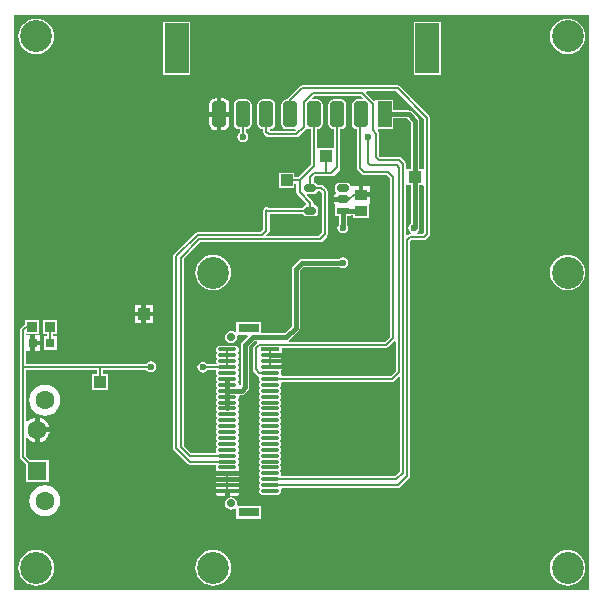
<source format=gtl>
G04*
G04 #@! TF.GenerationSoftware,Altium Limited,Altium Designer,18.1.6 (161)*
G04*
G04 Layer_Physical_Order=1*
G04 Layer_Color=255*
%FSLAX25Y25*%
%MOIN*%
G70*
G01*
G75*
%ADD15R,0.03150X0.03150*%
%ADD16R,0.07087X0.03150*%
%ADD17O,0.06299X0.01181*%
%ADD18R,0.06299X0.01181*%
%ADD19R,0.03937X0.03937*%
%ADD20R,0.03937X0.03937*%
%ADD21R,0.03347X0.03347*%
%ADD22R,0.03937X0.03543*%
%ADD23R,0.03937X0.02362*%
G04:AMPARAMS|DCode=24|XSize=23.62mil|YSize=39.37mil|CornerRadius=5.91mil|HoleSize=0mil|Usage=FLASHONLY|Rotation=270.000|XOffset=0mil|YOffset=0mil|HoleType=Round|Shape=RoundedRectangle|*
%AMROUNDEDRECTD24*
21,1,0.02362,0.02756,0,0,270.0*
21,1,0.01181,0.03937,0,0,270.0*
1,1,0.01181,-0.01378,-0.00591*
1,1,0.01181,-0.01378,0.00591*
1,1,0.01181,0.01378,0.00591*
1,1,0.01181,0.01378,-0.00591*
%
%ADD24ROUNDEDRECTD24*%
%ADD25R,0.07874X0.16535*%
%ADD26R,0.04724X0.08661*%
G04:AMPARAMS|DCode=27|XSize=47.24mil|YSize=86.61mil|CornerRadius=11.81mil|HoleSize=0mil|Usage=FLASHONLY|Rotation=180.000|XOffset=0mil|YOffset=0mil|HoleType=Round|Shape=RoundedRectangle|*
%AMROUNDEDRECTD27*
21,1,0.04724,0.06299,0,0,180.0*
21,1,0.02362,0.08661,0,0,180.0*
1,1,0.02362,-0.01181,0.03150*
1,1,0.02362,0.01181,0.03150*
1,1,0.02362,0.01181,-0.03150*
1,1,0.02362,-0.01181,-0.03150*
%
%ADD27ROUNDEDRECTD27*%
%ADD45C,0.01500*%
%ADD46C,0.00800*%
%ADD47C,0.06299*%
%ADD48R,0.06299X0.06299*%
%ADD49C,0.02756*%
%ADD50C,0.10630*%
%ADD51C,0.02362*%
G36*
X194260Y2591D02*
X2591D01*
Y194260D01*
X194260D01*
Y2591D01*
D02*
G37*
%LPC*%
G36*
X187008Y192951D02*
X185848Y192837D01*
X184733Y192499D01*
X183706Y191950D01*
X182805Y191211D01*
X182066Y190310D01*
X181517Y189282D01*
X181178Y188167D01*
X181064Y187008D01*
X181178Y185848D01*
X181517Y184733D01*
X182066Y183706D01*
X182805Y182805D01*
X183706Y182066D01*
X184733Y181517D01*
X185848Y181178D01*
X187008Y181064D01*
X188167Y181178D01*
X189282Y181517D01*
X190310Y182066D01*
X191211Y182805D01*
X191950Y183706D01*
X192499Y184733D01*
X192837Y185848D01*
X192952Y187008D01*
X192837Y188167D01*
X192499Y189282D01*
X191950Y190310D01*
X191211Y191211D01*
X190310Y191950D01*
X189282Y192499D01*
X188167Y192837D01*
X187008Y192951D01*
D02*
G37*
G36*
X9843D02*
X8683Y192837D01*
X7568Y192499D01*
X6540Y191950D01*
X5640Y191211D01*
X4901Y190310D01*
X4351Y189282D01*
X4013Y188167D01*
X3899Y187008D01*
X4013Y185848D01*
X4351Y184733D01*
X4901Y183706D01*
X5640Y182805D01*
X6540Y182066D01*
X7568Y181517D01*
X8683Y181178D01*
X9843Y181064D01*
X11002Y181178D01*
X12117Y181517D01*
X13145Y182066D01*
X14045Y182805D01*
X14784Y183706D01*
X15334Y184733D01*
X15672Y185848D01*
X15786Y187008D01*
X15672Y188167D01*
X15334Y189282D01*
X14784Y190310D01*
X14045Y191211D01*
X13145Y191950D01*
X12117Y192499D01*
X11002Y192837D01*
X9843Y192951D01*
D02*
G37*
G36*
X144707Y191860D02*
X135633D01*
Y174124D01*
X144707D01*
Y191860D01*
D02*
G37*
G36*
X61243D02*
X52169D01*
Y174124D01*
X61243D01*
Y191860D01*
D02*
G37*
G36*
X72060Y166397D02*
X71629D01*
Y161774D01*
X74284D01*
Y164173D01*
X74114Y165024D01*
X73632Y165746D01*
X72911Y166228D01*
X72060Y166397D01*
D02*
G37*
G36*
X70129D02*
X69698D01*
X68847Y166228D01*
X68125Y165746D01*
X67643Y165024D01*
X67474Y164173D01*
Y161774D01*
X70129D01*
Y166397D01*
D02*
G37*
G36*
X74284Y160274D02*
X71629D01*
Y155650D01*
X72060D01*
X72911Y155819D01*
X73632Y156301D01*
X74114Y157023D01*
X74284Y157874D01*
Y160274D01*
D02*
G37*
G36*
X70129D02*
X67474D01*
Y157874D01*
X67643Y157023D01*
X68125Y156301D01*
X68847Y155819D01*
X69698Y155650D01*
X70129D01*
Y160274D01*
D02*
G37*
G36*
X130315Y170705D02*
X98425D01*
X98035Y170627D01*
X97704Y170406D01*
X93780Y166482D01*
X93559Y166151D01*
X93527Y165989D01*
X93320D01*
X92625Y165851D01*
X92036Y165457D01*
X91642Y164868D01*
X91504Y164173D01*
Y157874D01*
X91642Y157179D01*
X92036Y156590D01*
X92625Y156196D01*
X93320Y156058D01*
X95682D01*
X96123Y156146D01*
X96369Y155685D01*
X96034Y155350D01*
X87824D01*
X87646Y155528D01*
Y156058D01*
X87808D01*
X88503Y156196D01*
X89092Y156590D01*
X89486Y157179D01*
X89624Y157874D01*
Y164173D01*
X89486Y164868D01*
X89092Y165457D01*
X88503Y165851D01*
X87808Y165989D01*
X85446D01*
X84751Y165851D01*
X84162Y165457D01*
X83768Y164868D01*
X83630Y164173D01*
Y157874D01*
X83768Y157179D01*
X84162Y156590D01*
X84751Y156196D01*
X85446Y156058D01*
X85607D01*
Y155105D01*
X85685Y154715D01*
X85906Y154385D01*
X86681Y153610D01*
X87011Y153389D01*
X87402Y153311D01*
X96457D01*
X96847Y153389D01*
X97178Y153610D01*
X99734Y156166D01*
X100382Y156275D01*
X100499Y156196D01*
X101194Y156058D01*
X101355D01*
Y144136D01*
X97215Y139996D01*
X95876D01*
Y141545D01*
X90739D01*
Y136408D01*
X95876D01*
Y137957D01*
X96618D01*
Y135039D01*
X96696Y134649D01*
X96917Y134318D01*
X99994Y131241D01*
X99946Y130984D01*
X99806Y130722D01*
X99437Y130649D01*
X99043Y130386D01*
X98780Y129992D01*
X98773Y129957D01*
X87036D01*
X87004Y129977D01*
X86614Y130055D01*
X86224Y129977D01*
X85893Y129756D01*
X85672Y129426D01*
X85595Y129035D01*
Y122688D01*
X84814Y121908D01*
X63790D01*
X63400Y121830D01*
X63069Y121609D01*
X55852Y114391D01*
X55630Y114061D01*
X55553Y113670D01*
Y49715D01*
X55630Y49325D01*
X55852Y48994D01*
X60291Y44555D01*
X60622Y44334D01*
X61012Y44256D01*
X69664D01*
X69941Y43773D01*
X69938Y43756D01*
X69849Y43307D01*
X69942Y42843D01*
X70099Y42607D01*
X69916Y42485D01*
X69651Y42089D01*
X77593D01*
X77328Y42485D01*
X77145Y42607D01*
X77303Y42843D01*
X77395Y43307D01*
X77303Y43772D01*
X77039Y44165D01*
Y44417D01*
X77303Y44811D01*
X77395Y45276D01*
X77303Y45740D01*
X77039Y46134D01*
Y46386D01*
X77303Y46780D01*
X77395Y47244D01*
X77303Y47709D01*
X77039Y48102D01*
Y48354D01*
X77303Y48748D01*
X77395Y49213D01*
X77303Y49677D01*
X77039Y50071D01*
Y50323D01*
X77303Y50717D01*
X77395Y51181D01*
X77303Y51646D01*
X77039Y52039D01*
Y52291D01*
X77303Y52685D01*
X77395Y53150D01*
X77303Y53614D01*
X77039Y54008D01*
Y54260D01*
X77303Y54654D01*
X77395Y55118D01*
X77303Y55583D01*
X77039Y55976D01*
Y56228D01*
X77303Y56622D01*
X77395Y57087D01*
X77303Y57551D01*
X77039Y57945D01*
Y58197D01*
X77303Y58591D01*
X77395Y59055D01*
X77303Y59520D01*
X77039Y59913D01*
Y60165D01*
X77303Y60559D01*
X77395Y61024D01*
X77303Y61488D01*
X77039Y61882D01*
Y62134D01*
X77303Y62528D01*
X77395Y62992D01*
X77303Y63457D01*
X77039Y63850D01*
Y64102D01*
X77303Y64496D01*
X77395Y64961D01*
X77303Y65425D01*
X77039Y65819D01*
Y66071D01*
X77303Y66465D01*
X77395Y66929D01*
X77377Y67021D01*
X77773Y67521D01*
X78346D01*
X78873Y67626D01*
X79320Y67924D01*
X80501Y69105D01*
X80799Y69552D01*
X80904Y70079D01*
Y83682D01*
X82685Y85462D01*
X83320D01*
X83476Y85074D01*
X83484Y84962D01*
X82350Y83828D01*
X82129Y83497D01*
X82051Y83107D01*
Y75984D01*
X82129Y75594D01*
X82350Y75263D01*
X83531Y74082D01*
X83862Y73861D01*
X83886Y73856D01*
X84116Y73301D01*
X84115Y73299D01*
X84022Y72835D01*
X84115Y72370D01*
X84378Y71976D01*
Y71724D01*
X84115Y71331D01*
X84022Y70866D01*
X84115Y70402D01*
X84378Y70008D01*
Y69756D01*
X84115Y69362D01*
X84022Y68898D01*
X84115Y68433D01*
X84378Y68039D01*
Y67787D01*
X84115Y67394D01*
X84022Y66929D01*
X84115Y66465D01*
X84378Y66071D01*
Y65819D01*
X84115Y65425D01*
X84022Y64961D01*
X84115Y64496D01*
X84378Y64102D01*
Y63850D01*
X84115Y63457D01*
X84022Y62992D01*
X84115Y62528D01*
X84378Y62134D01*
Y61882D01*
X84115Y61488D01*
X84022Y61024D01*
X84115Y60559D01*
X84378Y60165D01*
Y59913D01*
X84115Y59520D01*
X84022Y59055D01*
X84115Y58591D01*
X84378Y58197D01*
Y57945D01*
X84115Y57551D01*
X84022Y57087D01*
X84115Y56622D01*
X84378Y56228D01*
Y55976D01*
X84115Y55583D01*
X84022Y55118D01*
X84115Y54654D01*
X84378Y54260D01*
Y54008D01*
X84115Y53614D01*
X84022Y53150D01*
X84115Y52685D01*
X84378Y52291D01*
Y52039D01*
X84115Y51646D01*
X84022Y51181D01*
X84115Y50717D01*
X84378Y50323D01*
Y50071D01*
X84115Y49677D01*
X84022Y49213D01*
X84115Y48748D01*
X84378Y48354D01*
Y48102D01*
X84115Y47709D01*
X84022Y47244D01*
X84115Y46780D01*
X84378Y46386D01*
Y46134D01*
X84115Y45740D01*
X84022Y45276D01*
X84115Y44811D01*
X84378Y44417D01*
Y44165D01*
X84115Y43772D01*
X84022Y43307D01*
X84115Y42843D01*
X84378Y42449D01*
Y42197D01*
X84115Y41803D01*
X84022Y41339D01*
X84115Y40874D01*
X84378Y40480D01*
Y40228D01*
X84115Y39835D01*
X84022Y39370D01*
X84115Y38906D01*
X84378Y38512D01*
Y38260D01*
X84115Y37866D01*
X84022Y37402D01*
X84115Y36937D01*
X84378Y36543D01*
Y36291D01*
X84115Y35898D01*
X84022Y35433D01*
X84115Y34969D01*
X84378Y34575D01*
X84772Y34312D01*
X85236Y34219D01*
X90354D01*
X90819Y34312D01*
X91213Y34575D01*
X91476Y34969D01*
X91568Y35433D01*
X91479Y35882D01*
X91477Y35899D01*
X91754Y36382D01*
X130350D01*
X130740Y36460D01*
X131071Y36681D01*
X134268Y39878D01*
X134489Y40209D01*
X134567Y40599D01*
Y118736D01*
X134890Y119059D01*
X138976D01*
X139367Y119137D01*
X139697Y119358D01*
X140878Y120539D01*
X141100Y120870D01*
X141177Y121260D01*
Y159843D01*
X141100Y160233D01*
X140878Y160564D01*
X131036Y170406D01*
X130705Y170627D01*
X130315Y170705D01*
D02*
G37*
G36*
X79934Y165989D02*
X77572D01*
X76877Y165851D01*
X76288Y165457D01*
X75894Y164868D01*
X75756Y164173D01*
Y157874D01*
X75894Y157179D01*
X76288Y156590D01*
X76877Y156196D01*
X77572Y156058D01*
X77733D01*
Y155017D01*
X77469Y154840D01*
X77075Y154251D01*
X76937Y153556D01*
X77075Y152861D01*
X77469Y152272D01*
X78058Y151878D01*
X78753Y151740D01*
X79448Y151878D01*
X80037Y152272D01*
X80431Y152861D01*
X80569Y153556D01*
X80431Y154251D01*
X80037Y154840D01*
X79772Y155017D01*
Y156058D01*
X79934D01*
X80629Y156196D01*
X81218Y156590D01*
X81612Y157179D01*
X81750Y157874D01*
Y164173D01*
X81612Y164868D01*
X81218Y165457D01*
X80629Y165851D01*
X79934Y165989D01*
D02*
G37*
G36*
X187008Y114211D02*
X185848Y114097D01*
X184733Y113759D01*
X183706Y113210D01*
X182805Y112470D01*
X182066Y111570D01*
X181517Y110542D01*
X181178Y109427D01*
X181064Y108268D01*
X181178Y107108D01*
X181517Y105993D01*
X182066Y104966D01*
X182805Y104065D01*
X183706Y103326D01*
X184733Y102777D01*
X185848Y102438D01*
X187008Y102324D01*
X188167Y102438D01*
X189282Y102777D01*
X190310Y103326D01*
X191211Y104065D01*
X191950Y104966D01*
X192499Y105993D01*
X192837Y107108D01*
X192952Y108268D01*
X192837Y109427D01*
X192499Y110542D01*
X191950Y111570D01*
X191211Y112470D01*
X190310Y113210D01*
X189282Y113759D01*
X188167Y114097D01*
X187008Y114211D01*
D02*
G37*
G36*
X48638Y97457D02*
X46419D01*
Y95238D01*
X48638D01*
Y97457D01*
D02*
G37*
G36*
X44919D02*
X42701D01*
Y95238D01*
X44919D01*
Y97457D01*
D02*
G37*
G36*
X48638Y93738D02*
X46419D01*
Y91520D01*
X48638D01*
Y93738D01*
D02*
G37*
G36*
X44919D02*
X42701D01*
Y91520D01*
X44919D01*
Y93738D01*
D02*
G37*
G36*
X11236Y87378D02*
X9411D01*
Y85553D01*
X11236D01*
Y87378D01*
D02*
G37*
G36*
X16840Y92431D02*
X12294D01*
Y87884D01*
X13547D01*
Y86978D01*
X12392D01*
Y82628D01*
X16742D01*
Y86978D01*
X15586D01*
Y87884D01*
X16840D01*
Y92431D01*
D02*
G37*
G36*
X11236Y84053D02*
X9411D01*
Y82228D01*
X11236D01*
Y84053D01*
D02*
G37*
G36*
X10738Y92431D02*
X6191D01*
Y91118D01*
X6096Y91100D01*
X5766Y90878D01*
X4791Y89904D01*
X4570Y89573D01*
X4492Y89183D01*
Y76870D01*
Y46850D01*
X4570Y46460D01*
X4791Y46129D01*
X6487Y44434D01*
Y38376D01*
X13986D01*
Y45876D01*
X7929D01*
X6531Y47273D01*
Y53096D01*
X7031Y53266D01*
X7277Y52946D01*
X8144Y52281D01*
X9153Y51863D01*
X9486Y51819D01*
Y55905D01*
Y59992D01*
X9153Y59948D01*
X8144Y59530D01*
X7277Y58865D01*
X7031Y58545D01*
X6531Y58715D01*
Y75850D01*
X30083D01*
Y74383D01*
X28534D01*
Y69247D01*
X33671D01*
Y74383D01*
X32122D01*
Y75850D01*
X46571D01*
X46747Y75586D01*
X47337Y75192D01*
X48031Y75054D01*
X48726Y75192D01*
X49316Y75586D01*
X49709Y76175D01*
X49847Y76870D01*
X49709Y77565D01*
X49316Y78154D01*
X48726Y78548D01*
X48031Y78686D01*
X47337Y78548D01*
X46747Y78154D01*
X46571Y77890D01*
X6531D01*
Y82228D01*
X7911D01*
Y84803D01*
Y87378D01*
X6531D01*
Y87884D01*
X10738D01*
Y92431D01*
D02*
G37*
G36*
X12717Y70920D02*
X11378Y70744D01*
X10131Y70227D01*
X9059Y69405D01*
X8238Y68334D01*
X7721Y67087D01*
X7545Y65748D01*
X7721Y64410D01*
X8238Y63162D01*
X9059Y62091D01*
X10131Y61269D01*
X11378Y60752D01*
X12717Y60576D01*
X14055Y60752D01*
X15302Y61269D01*
X16374Y62091D01*
X17195Y63162D01*
X17712Y64410D01*
X17888Y65748D01*
X17712Y67087D01*
X17195Y68334D01*
X16374Y69405D01*
X15302Y70227D01*
X14055Y70744D01*
X12717Y70920D01*
D02*
G37*
G36*
X10986Y59992D02*
Y56656D01*
X14323D01*
X14279Y56989D01*
X13861Y57998D01*
X13196Y58865D01*
X12329Y59530D01*
X11320Y59948D01*
X10986Y59992D01*
D02*
G37*
G36*
X14323Y55155D02*
X10986D01*
Y51819D01*
X11320Y51863D01*
X12329Y52281D01*
X13196Y52946D01*
X13861Y53813D01*
X14279Y54822D01*
X14323Y55155D01*
D02*
G37*
G36*
X77593Y40589D02*
X69651D01*
X69808Y40354D01*
X69651Y40120D01*
X77593D01*
X77436Y40354D01*
X77593Y40589D01*
D02*
G37*
G36*
Y38620D02*
X69651D01*
X69808Y38386D01*
X69651Y38152D01*
X77593D01*
X77436Y38386D01*
X77593Y38620D01*
D02*
G37*
G36*
Y36652D02*
X69651D01*
X69808Y36417D01*
X69651Y36183D01*
X77593D01*
X77436Y36417D01*
X77593Y36652D01*
D02*
G37*
G36*
Y34683D02*
X74372D01*
Y33811D01*
X76181D01*
X76802Y33935D01*
X77328Y34286D01*
X77593Y34683D01*
D02*
G37*
G36*
X72872D02*
X69651D01*
X69916Y34286D01*
X70442Y33935D01*
X71063Y33811D01*
X72872D01*
Y34683D01*
D02*
G37*
G36*
X12717Y37455D02*
X11378Y37279D01*
X10131Y36762D01*
X9059Y35941D01*
X8238Y34869D01*
X7721Y33622D01*
X7545Y32283D01*
X7721Y30945D01*
X8238Y29698D01*
X9059Y28626D01*
X10131Y27804D01*
X11378Y27288D01*
X12717Y27112D01*
X14055Y27288D01*
X15302Y27804D01*
X16374Y28626D01*
X17195Y29698D01*
X17712Y30945D01*
X17888Y32283D01*
X17712Y33622D01*
X17195Y34869D01*
X16374Y35941D01*
X15302Y36762D01*
X14055Y37279D01*
X12717Y37455D01*
D02*
G37*
G36*
X74803Y33316D02*
X74031Y33162D01*
X73377Y32725D01*
X72940Y32071D01*
X72786Y31299D01*
X72940Y30527D01*
X73377Y29873D01*
X74031Y29436D01*
X74803Y29283D01*
X75575Y29436D01*
X76065Y29764D01*
X76565Y29545D01*
Y26172D01*
X84852D01*
Y30521D01*
X77175D01*
X76765Y31021D01*
X76820Y31299D01*
X76666Y32071D01*
X76229Y32725D01*
X75575Y33162D01*
X74803Y33316D01*
D02*
G37*
G36*
X187008Y15786D02*
X185848Y15672D01*
X184733Y15334D01*
X183706Y14784D01*
X182805Y14045D01*
X182066Y13145D01*
X181517Y12117D01*
X181178Y11002D01*
X181064Y9843D01*
X181178Y8683D01*
X181517Y7568D01*
X182066Y6540D01*
X182805Y5640D01*
X183706Y4901D01*
X184733Y4351D01*
X185848Y4013D01*
X187008Y3899D01*
X188167Y4013D01*
X189282Y4351D01*
X190310Y4901D01*
X191211Y5640D01*
X191950Y6540D01*
X192499Y7568D01*
X192837Y8683D01*
X192952Y9843D01*
X192837Y11002D01*
X192499Y12117D01*
X191950Y13145D01*
X191211Y14045D01*
X190310Y14784D01*
X189282Y15334D01*
X188167Y15672D01*
X187008Y15786D01*
D02*
G37*
G36*
X68898D02*
X67738Y15672D01*
X66623Y15334D01*
X65596Y14784D01*
X64695Y14045D01*
X63956Y13145D01*
X63406Y12117D01*
X63068Y11002D01*
X62954Y9843D01*
X63068Y8683D01*
X63406Y7568D01*
X63956Y6540D01*
X64695Y5640D01*
X65596Y4901D01*
X66623Y4351D01*
X67738Y4013D01*
X68898Y3899D01*
X70057Y4013D01*
X71172Y4351D01*
X72200Y4901D01*
X73100Y5640D01*
X73839Y6540D01*
X74389Y7568D01*
X74727Y8683D01*
X74841Y9843D01*
X74727Y11002D01*
X74389Y12117D01*
X73839Y13145D01*
X73100Y14045D01*
X72200Y14784D01*
X71172Y15334D01*
X70057Y15672D01*
X68898Y15786D01*
D02*
G37*
G36*
X9843D02*
X8683Y15672D01*
X7568Y15334D01*
X6540Y14784D01*
X5640Y14045D01*
X4901Y13145D01*
X4351Y12117D01*
X4013Y11002D01*
X3899Y9843D01*
X4013Y8683D01*
X4351Y7568D01*
X4901Y6540D01*
X5640Y5640D01*
X6540Y4901D01*
X7568Y4351D01*
X8683Y4013D01*
X9843Y3899D01*
X11002Y4013D01*
X12117Y4351D01*
X13145Y4901D01*
X14045Y5640D01*
X14784Y6540D01*
X15334Y7568D01*
X15672Y8683D01*
X15786Y9843D01*
X15672Y11002D01*
X15334Y12117D01*
X14784Y13145D01*
X14045Y14045D01*
X13145Y14784D01*
X12117Y15334D01*
X11002Y15672D01*
X9843Y15786D01*
D02*
G37*
%LPD*%
G36*
X139138Y159420D02*
Y143081D01*
X138789Y142726D01*
X137597D01*
Y158830D01*
X137597Y158830D01*
X137492Y159357D01*
X137194Y159803D01*
X135013Y161984D01*
X134566Y162283D01*
X134039Y162387D01*
X128959D01*
Y165954D01*
X123035D01*
Y165676D01*
X122535Y165469D01*
X119800Y168203D01*
X119992Y168665D01*
X129893D01*
X139138Y159420D01*
D02*
G37*
G36*
X134844Y158260D02*
Y142726D01*
X133652D01*
Y142726D01*
X133167Y142762D01*
Y144488D01*
X133089Y144878D01*
X132868Y145209D01*
X131424Y146653D01*
X131094Y146874D01*
X130703Y146951D01*
X124593D01*
X124248Y147296D01*
Y154612D01*
X124170Y155002D01*
X123949Y155333D01*
X123651Y155631D01*
X123842Y156093D01*
X128959D01*
Y159634D01*
X133469D01*
X134844Y158260D01*
D02*
G37*
G36*
X104984Y134912D02*
Y121387D01*
X103939Y120342D01*
X86785D01*
X86594Y120804D01*
X87335Y121545D01*
X87556Y121876D01*
X87634Y122266D01*
Y127917D01*
X98773D01*
X98780Y127882D01*
X99043Y127488D01*
X99437Y127225D01*
X99902Y127133D01*
X102657D01*
X103122Y127225D01*
X103516Y127488D01*
X103779Y127882D01*
X103871Y128347D01*
Y129528D01*
X103779Y129992D01*
X103516Y130386D01*
X103122Y130649D01*
X102657Y130741D01*
X102299D01*
Y131398D01*
X102222Y131788D01*
X102000Y132119D01*
X100006Y134113D01*
X100213Y134613D01*
X102657D01*
X103122Y134705D01*
X103516Y134968D01*
X103779Y135362D01*
X103786Y135398D01*
X104499D01*
X104984Y134912D01*
D02*
G37*
G36*
X138789Y137589D02*
X139138Y137233D01*
Y121682D01*
X138554Y121098D01*
X136794D01*
X136642Y121598D01*
X137012Y121846D01*
X137406Y122435D01*
X137544Y123130D01*
X137522Y123244D01*
X137597Y123622D01*
Y137589D01*
X138789D01*
D02*
G37*
G36*
X134844Y124681D02*
X134444Y124414D01*
X134051Y123825D01*
X133912Y123130D01*
X134051Y122435D01*
X134444Y121846D01*
X134815Y121598D01*
X134663Y121098D01*
X134467D01*
X134077Y121021D01*
X133747Y120800D01*
X133629Y120682D01*
X133167Y120873D01*
Y137553D01*
X133652Y137589D01*
Y137589D01*
X134844D01*
Y124681D01*
D02*
G37*
G36*
X118669Y166451D02*
X118477Y165989D01*
X116942D01*
X116247Y165851D01*
X115658Y165457D01*
X115264Y164868D01*
X115126Y164173D01*
Y157874D01*
X115264Y157179D01*
X115658Y156590D01*
X116247Y156196D01*
X116878Y156071D01*
Y143126D01*
X116956Y142736D01*
X117177Y142405D01*
X118570Y141011D01*
X118901Y140790D01*
X119291Y140713D01*
X126747D01*
X127721Y139739D01*
Y86807D01*
X126201Y85287D01*
X94244D01*
X94093Y85787D01*
X94210Y85866D01*
X97332Y88987D01*
X97332Y88987D01*
X97630Y89434D01*
X97735Y89961D01*
Y108977D01*
X98897Y110139D01*
X110960D01*
X111411Y109838D01*
X112106Y109700D01*
X112801Y109838D01*
X113390Y110232D01*
X113784Y110821D01*
X113922Y111516D01*
X113784Y112211D01*
X113390Y112800D01*
X112801Y113194D01*
X112106Y113332D01*
X111411Y113194D01*
X110960Y112892D01*
X98327D01*
X97800Y112787D01*
X97354Y112489D01*
X95385Y110521D01*
X95087Y110074D01*
X94982Y109547D01*
Y90531D01*
X92667Y88215D01*
X84852D01*
Y91939D01*
X76565D01*
Y88565D01*
X76065Y88346D01*
X75575Y88674D01*
X74803Y88828D01*
X74031Y88674D01*
X73377Y88237D01*
X72940Y87583D01*
X72786Y86811D01*
X72940Y86039D01*
X73377Y85385D01*
X74031Y84948D01*
X74803Y84794D01*
X75575Y84948D01*
X76229Y85385D01*
X76666Y86039D01*
X76820Y86811D01*
X76765Y87089D01*
X77175Y87589D01*
X80265D01*
X80456Y87127D01*
X78554Y85225D01*
X78256Y84779D01*
X78151Y84252D01*
Y71128D01*
X77710Y70711D01*
X77395Y70866D01*
X77303Y71331D01*
X77039Y71724D01*
Y71976D01*
X77303Y72370D01*
X77395Y72835D01*
X77303Y73299D01*
X77039Y73693D01*
Y73945D01*
X77303Y74339D01*
X77395Y74803D01*
X77303Y75268D01*
X77039Y75661D01*
Y75913D01*
X77303Y76307D01*
X77395Y76772D01*
X77303Y77236D01*
X77039Y77630D01*
Y77882D01*
X77303Y78276D01*
X77395Y78740D01*
X77303Y79205D01*
X77039Y79598D01*
Y79850D01*
X77303Y80244D01*
X77395Y80709D01*
X77303Y81173D01*
X77039Y81567D01*
Y81819D01*
X77303Y82213D01*
X77395Y82677D01*
X77303Y83142D01*
X77039Y83535D01*
X76646Y83799D01*
X76181Y83891D01*
X71063D01*
X70599Y83799D01*
X70205Y83535D01*
X69942Y83142D01*
X69849Y82677D01*
X69942Y82213D01*
X70205Y81819D01*
Y81567D01*
X69942Y81173D01*
X69849Y80709D01*
X69942Y80244D01*
X70205Y79850D01*
Y79598D01*
X69942Y79205D01*
X69849Y78740D01*
X69942Y78276D01*
X69997Y78193D01*
X69730Y77693D01*
X66815D01*
X66638Y77957D01*
X66049Y78351D01*
X65354Y78489D01*
X64659Y78351D01*
X64070Y77957D01*
X63677Y77368D01*
X63538Y76673D01*
X63677Y75978D01*
X64070Y75389D01*
X64659Y74995D01*
X65354Y74857D01*
X66049Y74995D01*
X66638Y75389D01*
X66815Y75654D01*
X69644D01*
X69919Y75154D01*
X69849Y74803D01*
X69942Y74339D01*
X70205Y73945D01*
Y73693D01*
X69942Y73299D01*
X69849Y72835D01*
X69942Y72370D01*
X70205Y71976D01*
Y71724D01*
X69942Y71331D01*
X69849Y70866D01*
X69942Y70402D01*
X70205Y70008D01*
Y69756D01*
X69942Y69362D01*
X69849Y68898D01*
X69942Y68433D01*
X70205Y68039D01*
Y67787D01*
X69942Y67394D01*
X69849Y66929D01*
X69942Y66465D01*
X70205Y66071D01*
Y65819D01*
X69942Y65425D01*
X69849Y64961D01*
X69942Y64496D01*
X70205Y64102D01*
Y63850D01*
X69942Y63457D01*
X69849Y62992D01*
X69942Y62528D01*
X70205Y62134D01*
Y61882D01*
X69942Y61488D01*
X69849Y61024D01*
X69942Y60559D01*
X70205Y60165D01*
Y59913D01*
X69942Y59520D01*
X69849Y59055D01*
X69942Y58591D01*
X70205Y58197D01*
Y57945D01*
X69942Y57551D01*
X69849Y57087D01*
X69942Y56622D01*
X70205Y56228D01*
Y55976D01*
X69942Y55583D01*
X69849Y55118D01*
X69942Y54654D01*
X70205Y54260D01*
Y54008D01*
X69942Y53614D01*
X69849Y53150D01*
X69942Y52685D01*
X70205Y52291D01*
Y52039D01*
X69942Y51646D01*
X69849Y51181D01*
X69942Y50717D01*
X70205Y50323D01*
Y50071D01*
X69942Y49677D01*
X69849Y49213D01*
X69938Y48764D01*
X69941Y48747D01*
X69664Y48264D01*
X61446D01*
X59091Y50619D01*
Y112767D01*
X64627Y118303D01*
X104362D01*
X104752Y118380D01*
X105083Y118602D01*
X106725Y120244D01*
X106946Y120574D01*
X107024Y120965D01*
Y135335D01*
X106946Y135725D01*
X106725Y136056D01*
X105642Y137138D01*
X105311Y137359D01*
X104921Y137437D01*
X103786D01*
X103779Y137472D01*
X103516Y137866D01*
X103122Y138129D01*
X102657Y138222D01*
X102299D01*
Y139834D01*
X102785Y140319D01*
X108268D01*
X108658Y140397D01*
X108989Y140618D01*
X110970Y142599D01*
X111191Y142929D01*
X111268Y143320D01*
Y156058D01*
X111430D01*
X112125Y156196D01*
X112714Y156590D01*
X113108Y157179D01*
X113246Y157874D01*
Y164173D01*
X113108Y164868D01*
X112714Y165457D01*
X112125Y165851D01*
X111430Y165989D01*
X109068D01*
X108373Y165851D01*
X107784Y165457D01*
X107390Y164868D01*
X107252Y164173D01*
Y157874D01*
X107390Y157179D01*
X107784Y156590D01*
X108373Y156196D01*
X109068Y156058D01*
X109229D01*
Y150147D01*
X108868Y149813D01*
X103731D01*
X103394Y150173D01*
Y156058D01*
X103556D01*
X104251Y156196D01*
X104840Y156590D01*
X105234Y157179D01*
X105372Y157874D01*
Y164173D01*
X105234Y164868D01*
X104840Y165457D01*
X104251Y165851D01*
X103556Y165989D01*
X102020D01*
X101829Y166451D01*
X102391Y167013D01*
X118107D01*
X118669Y166451D01*
D02*
G37*
G36*
X129728Y85223D02*
Y75439D01*
X128143Y73854D01*
X91754D01*
X91477Y74337D01*
X91479Y74354D01*
X91568Y74803D01*
X91476Y75268D01*
X91319Y75503D01*
X91501Y75625D01*
X91766Y76022D01*
X87795D01*
Y77522D01*
X91766D01*
X91610Y77756D01*
X91766Y77990D01*
X87795D01*
Y79490D01*
X91766D01*
X91610Y79724D01*
X91766Y79959D01*
X87795D01*
Y81459D01*
X91945D01*
Y83248D01*
X126623D01*
X127014Y83326D01*
X127344Y83547D01*
X129228Y85430D01*
X129728Y85223D01*
D02*
G37*
G36*
X131128Y73302D02*
Y41993D01*
X129524Y40390D01*
X91754D01*
X91477Y40873D01*
X91479Y40890D01*
X91568Y41339D01*
X91476Y41803D01*
X91213Y42197D01*
Y42449D01*
X91476Y42843D01*
X91568Y43307D01*
X91476Y43772D01*
X91213Y44165D01*
Y44417D01*
X91476Y44811D01*
X91568Y45276D01*
X91476Y45740D01*
X91213Y46134D01*
Y46386D01*
X91476Y46780D01*
X91568Y47244D01*
X91476Y47709D01*
X91213Y48102D01*
Y48354D01*
X91476Y48748D01*
X91568Y49213D01*
X91476Y49677D01*
X91213Y50071D01*
Y50323D01*
X91476Y50717D01*
X91568Y51181D01*
X91476Y51646D01*
X91213Y52039D01*
Y52291D01*
X91476Y52685D01*
X91568Y53150D01*
X91476Y53614D01*
X91213Y54008D01*
Y54260D01*
X91476Y54654D01*
X91568Y55118D01*
X91476Y55583D01*
X91213Y55976D01*
Y56228D01*
X91476Y56622D01*
X91568Y57087D01*
X91476Y57551D01*
X91213Y57945D01*
Y58197D01*
X91476Y58591D01*
X91568Y59055D01*
X91476Y59520D01*
X91213Y59913D01*
Y60165D01*
X91476Y60559D01*
X91568Y61024D01*
X91476Y61488D01*
X91213Y61882D01*
Y62134D01*
X91476Y62528D01*
X91568Y62992D01*
X91476Y63457D01*
X91213Y63850D01*
Y64102D01*
X91476Y64496D01*
X91568Y64961D01*
X91476Y65425D01*
X91213Y65819D01*
Y66071D01*
X91476Y66465D01*
X91568Y66929D01*
X91476Y67394D01*
X91213Y67787D01*
Y68039D01*
X91476Y68433D01*
X91568Y68898D01*
X91476Y69362D01*
X91213Y69756D01*
Y70008D01*
X91476Y70402D01*
X91568Y70866D01*
X91479Y71315D01*
X91477Y71332D01*
X91754Y71815D01*
X128565D01*
X128955Y71893D01*
X129286Y72114D01*
X130666Y73493D01*
X131128Y73302D01*
D02*
G37*
%LPC*%
G36*
X118860Y137024D02*
Y135002D01*
X121079D01*
Y137024D01*
X118860D01*
D02*
G37*
G36*
X113484Y138222D02*
X110728D01*
X110264Y138129D01*
X109870Y137866D01*
X109607Y137472D01*
X109514Y137008D01*
Y135827D01*
X109607Y135362D01*
X109780Y135103D01*
X109870Y134968D01*
X109690Y134487D01*
X109582Y134414D01*
X109230Y133888D01*
X109138Y133427D01*
X112106D01*
Y131927D01*
X109138D01*
X109230Y131466D01*
X109426Y131172D01*
X109538Y130718D01*
X109538Y130718D01*
X109538D01*
X109538Y130718D01*
Y127156D01*
X110730D01*
Y124276D01*
X110429Y123825D01*
X110290Y123130D01*
X110429Y122435D01*
X110822Y121846D01*
X111411Y121452D01*
X112106Y121314D01*
X112801Y121452D01*
X113390Y121846D01*
X113784Y122435D01*
X113922Y123130D01*
X113784Y123825D01*
X113483Y124276D01*
Y127156D01*
X114675D01*
Y127561D01*
X115542D01*
Y126565D01*
X120679D01*
X120679Y131239D01*
X121079Y131480D01*
X121079Y131550D01*
X121079Y131550D01*
Y133502D01*
X118110D01*
Y134252D01*
X117360D01*
Y137024D01*
X115192D01*
X115142Y137024D01*
X114678Y137110D01*
X114606Y137472D01*
X114343Y137866D01*
X113949Y138129D01*
X113484Y138222D01*
D02*
G37*
G36*
X68898Y114211D02*
X67738Y114097D01*
X66623Y113759D01*
X65596Y113210D01*
X64695Y112470D01*
X63956Y111570D01*
X63406Y110542D01*
X63068Y109427D01*
X62954Y108268D01*
X63068Y107108D01*
X63406Y105993D01*
X63956Y104966D01*
X64695Y104065D01*
X65596Y103326D01*
X66623Y102777D01*
X67738Y102438D01*
X68898Y102324D01*
X70057Y102438D01*
X71172Y102777D01*
X72200Y103326D01*
X73100Y104065D01*
X73839Y104966D01*
X74389Y105993D01*
X74727Y107108D01*
X74841Y108268D01*
X74727Y109427D01*
X74389Y110542D01*
X73839Y111570D01*
X73100Y112470D01*
X72200Y113210D01*
X71172Y113759D01*
X70057Y114097D01*
X68898Y114211D01*
D02*
G37*
%LPD*%
D15*
X14567Y84803D02*
D03*
X8661D02*
D03*
D16*
X80709Y89764D02*
D03*
Y28346D02*
D03*
D17*
X73622Y82677D02*
D03*
Y80709D02*
D03*
Y78740D02*
D03*
Y76772D02*
D03*
Y74803D02*
D03*
Y72835D02*
D03*
Y70866D02*
D03*
Y68898D02*
D03*
Y66929D02*
D03*
Y64961D02*
D03*
Y62992D02*
D03*
Y61024D02*
D03*
Y59055D02*
D03*
Y57087D02*
D03*
Y55118D02*
D03*
Y53150D02*
D03*
Y51181D02*
D03*
Y49213D02*
D03*
Y47244D02*
D03*
Y45276D02*
D03*
Y43307D02*
D03*
Y41339D02*
D03*
Y39370D02*
D03*
Y37402D02*
D03*
Y35433D02*
D03*
X87795D02*
D03*
Y37402D02*
D03*
Y39370D02*
D03*
Y41339D02*
D03*
Y43307D02*
D03*
Y45276D02*
D03*
Y47244D02*
D03*
Y49213D02*
D03*
Y51181D02*
D03*
Y53150D02*
D03*
Y55118D02*
D03*
Y57087D02*
D03*
Y59055D02*
D03*
Y61024D02*
D03*
Y62992D02*
D03*
Y64961D02*
D03*
Y66929D02*
D03*
Y68898D02*
D03*
Y70866D02*
D03*
Y72835D02*
D03*
Y74803D02*
D03*
Y76772D02*
D03*
Y78740D02*
D03*
Y80709D02*
D03*
D18*
Y82677D02*
D03*
D19*
X136221Y140157D02*
D03*
X31102Y71815D02*
D03*
D20*
X45669Y94488D02*
D03*
X93307Y138976D02*
D03*
X106299Y147244D02*
D03*
D21*
X8465Y90158D02*
D03*
X14567D02*
D03*
D22*
X118110Y134252D02*
D03*
Y128937D02*
D03*
D23*
X112106D02*
D03*
D24*
Y132677D02*
D03*
Y136417D02*
D03*
X101279D02*
D03*
Y128937D02*
D03*
D25*
X140170Y182992D02*
D03*
X56706D02*
D03*
D26*
X125997Y161024D02*
D03*
D27*
X118123D02*
D03*
X110249D02*
D03*
X102375D02*
D03*
X94501D02*
D03*
X86627D02*
D03*
X78753D02*
D03*
X70879D02*
D03*
D45*
X125984Y161011D02*
X134039D01*
X136221Y140157D02*
Y158830D01*
X134039Y161011D02*
X136221Y158830D01*
X93237Y86839D02*
X96358Y89961D01*
X82115Y86839D02*
X93237D01*
X79528Y84252D02*
X82115Y86839D01*
X79528Y70079D02*
Y84252D01*
X78346Y68898D02*
X79528Y70079D01*
X73622Y68898D02*
X78346D01*
X73622Y66929D02*
Y68898D01*
Y64961D02*
Y66929D01*
Y70866D02*
Y72835D01*
Y68898D02*
Y70866D01*
Y62992D02*
Y64961D01*
X112106Y128937D02*
X118110D01*
X112106Y123130D02*
Y128937D01*
X136221Y123622D02*
Y140157D01*
X135728Y123130D02*
X136221Y123622D01*
X73622Y72835D02*
X73622Y72835D01*
X96358Y89961D02*
Y109547D01*
X98327Y111516D02*
X112106D01*
X96358Y109547D02*
X98327Y111516D01*
X73622Y64961D02*
X73720Y64862D01*
D46*
X140157Y121260D02*
Y159843D01*
X138976Y120079D02*
X140157Y121260D01*
X134467Y120079D02*
X138976D01*
X133547Y119158D02*
X134467Y120079D01*
X133547Y40599D02*
Y119158D01*
X118529Y168033D02*
X122047Y164515D01*
Y155793D02*
Y164515D01*
Y155793D02*
X123228Y154612D01*
X132147Y41571D02*
Y144488D01*
X130703Y145932D02*
X132147Y144488D01*
X124170Y145932D02*
X130703D01*
X123228Y146874D02*
X124170Y145932D01*
X121260Y143990D02*
X130026D01*
X120460Y144790D02*
X121260Y143990D01*
X123228Y146874D02*
Y154612D01*
X130026Y143990D02*
X130747Y143269D01*
X117898Y143126D02*
Y160798D01*
X118123Y161024D01*
X117898Y143126D02*
X119291Y141732D01*
X127169D01*
X128740Y140161D01*
X120460Y144790D02*
Y153556D01*
X128740Y86384D02*
Y140161D01*
X126623Y84268D02*
X128740Y86384D01*
X84231Y84268D02*
X126623D01*
X130747Y75016D02*
Y143269D01*
X128565Y72835D02*
X130747Y75016D01*
X87795Y72835D02*
X128565D01*
X130350Y37402D02*
X133547Y40599D01*
X87795Y37402D02*
X130350D01*
X129947Y39370D02*
X132147Y41571D01*
X87795Y39370D02*
X129947D01*
X67716Y35433D02*
X73622D01*
X73622Y35433D01*
Y41339D02*
X80062D01*
X73622Y37402D02*
X80062D01*
X87795Y80709D02*
X94565D01*
X31102Y76870D02*
X48031D01*
X5512D02*
X31102D01*
Y71815D02*
Y76870D01*
X8661Y80730D02*
Y84803D01*
X5512Y76870D02*
Y89183D01*
Y46850D02*
Y76870D01*
Y46850D02*
X10236Y42126D01*
X5512Y89183D02*
X6487Y90158D01*
X8465D01*
X94501Y161024D02*
Y165761D01*
X45669Y94488D02*
X52362D01*
X55172Y91678D01*
Y55905D02*
Y91678D01*
Y46183D02*
Y55905D01*
X10236D02*
X55172D01*
X61012Y45276D02*
X73622D01*
X56572Y49715D02*
X61012Y45276D01*
X56572Y49715D02*
Y113670D01*
X58071Y50197D02*
Y113189D01*
Y50197D02*
X61024Y47244D01*
X73622D01*
X58071Y113189D02*
X64204Y119323D01*
X78753Y153556D02*
Y161024D01*
X84252Y74803D02*
X87795D01*
X83071Y75984D02*
X84252Y74803D01*
X83071Y75984D02*
Y83107D01*
X84231Y84268D01*
X115748Y134252D02*
X118110D01*
X114173Y132677D02*
X115748Y134252D01*
X112106Y132677D02*
X114173D01*
X101969Y168033D02*
X118529D01*
X98425Y169685D02*
X130315D01*
X140157Y159843D01*
X99013Y165077D02*
X101969Y168033D01*
X99013Y156887D02*
Y165077D01*
X96457Y154331D02*
X99013Y156887D01*
X87402Y154331D02*
X96457D01*
X86627Y155105D02*
X87402Y154331D01*
X86627Y155105D02*
Y161024D01*
X94501Y165761D02*
X98425Y169685D01*
X87795Y80709D02*
Y82677D01*
Y78740D02*
Y80709D01*
Y76772D02*
Y78740D01*
X73622Y39370D02*
Y41339D01*
Y37402D02*
Y39370D01*
Y35433D02*
Y37402D01*
Y80709D02*
Y82677D01*
Y78740D02*
Y80709D01*
Y76772D02*
Y78740D01*
X87795Y76772D02*
X94586D01*
X14567Y85039D02*
Y90158D01*
X86713Y128937D02*
X101279D01*
X56572Y113670D02*
X63790Y120888D01*
X85236D02*
X86614Y122266D01*
X63790Y120888D02*
X85236D01*
X86614Y129035D02*
X86713Y128937D01*
X86614Y122266D02*
Y129035D01*
X101279Y136417D02*
X104921D01*
X106004Y135335D01*
X104362Y119323D02*
X106004Y120965D01*
Y135335D01*
X64204Y119323D02*
X104362D01*
X73622Y76772D02*
X73622Y76772D01*
X73524Y76673D02*
X73622Y76772D01*
X65354Y76673D02*
X73524D01*
X55172Y46183D02*
X60017Y41339D01*
X118110Y134252D02*
X122441D01*
X60017Y41339D02*
X73622D01*
X125984Y161011D02*
X125997Y161024D01*
X70879Y153162D02*
Y161024D01*
X101279Y136417D02*
Y140256D01*
X102362Y141339D01*
X110249Y143320D02*
Y161024D01*
X101279Y128937D02*
Y131398D01*
X97638Y135039D02*
X101279Y131398D01*
X97638Y135039D02*
Y138976D01*
X102375Y143713D01*
Y161024D01*
X108268Y141339D02*
X110249Y143320D01*
X106299Y141339D02*
Y147244D01*
X102362Y141339D02*
X106299D01*
X108268D01*
X93307Y138976D02*
X97638D01*
D47*
X12717Y65748D02*
D03*
Y32283D02*
D03*
X10236Y55905D02*
D03*
D48*
Y42126D02*
D03*
D49*
X74803Y86811D02*
D03*
Y31299D02*
D03*
D50*
X187008Y187008D02*
D03*
X9843D02*
D03*
Y9843D02*
D03*
X68898Y108268D02*
D03*
X187008D02*
D03*
Y9843D02*
D03*
X68898D02*
D03*
D51*
X67716Y35433D02*
D03*
X80062Y41339D02*
D03*
Y37402D02*
D03*
X94565Y80709D02*
D03*
X8661Y80730D02*
D03*
X48031Y76870D02*
D03*
X120460Y153556D02*
D03*
X78753D02*
D03*
X65354Y76673D02*
D03*
X112106Y123130D02*
D03*
X135728D02*
D03*
X112106Y111516D02*
D03*
X122441Y134252D02*
D03*
X94586Y76772D02*
D03*
X70879Y153162D02*
D03*
M02*

</source>
